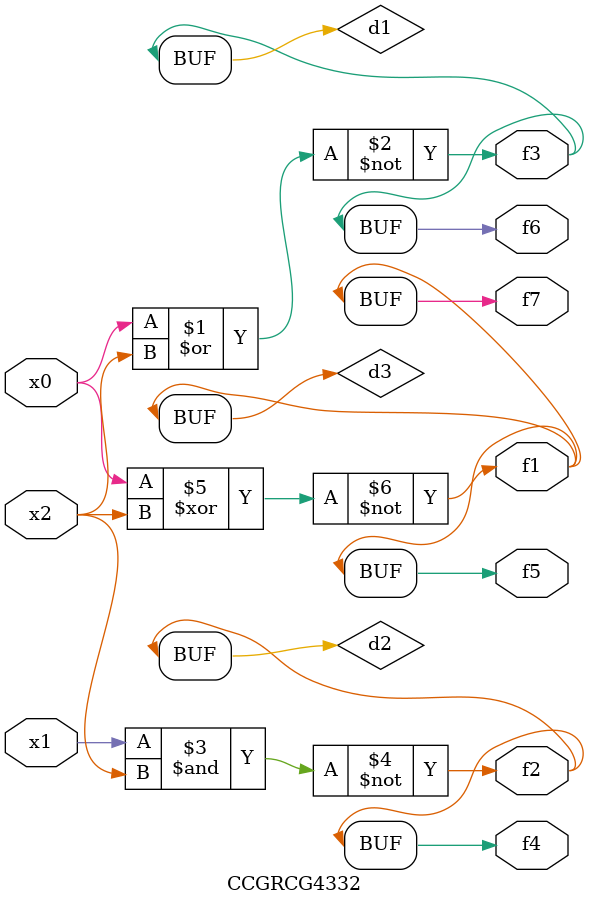
<source format=v>
module CCGRCG4332(
	input x0, x1, x2,
	output f1, f2, f3, f4, f5, f6, f7
);

	wire d1, d2, d3;

	nor (d1, x0, x2);
	nand (d2, x1, x2);
	xnor (d3, x0, x2);
	assign f1 = d3;
	assign f2 = d2;
	assign f3 = d1;
	assign f4 = d2;
	assign f5 = d3;
	assign f6 = d1;
	assign f7 = d3;
endmodule

</source>
